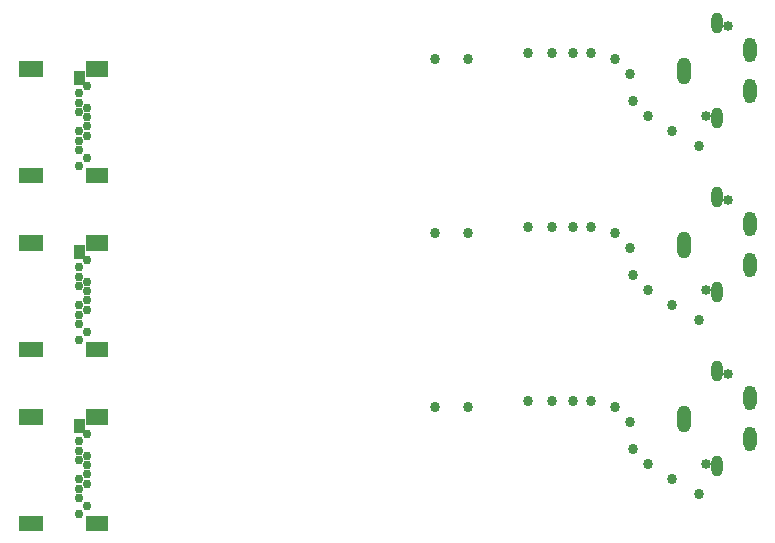
<source format=gbr>
G04 #@! TF.GenerationSoftware,KiCad,Pcbnew,(5.1.7)-1*
G04 #@! TF.CreationDate,2020-12-05T21:57:18-08:00*
G04 #@! TF.ProjectId,DellAdapter_3.1_PanelX3,44656c6c-4164-4617-9074-65725f332e31,rev?*
G04 #@! TF.SameCoordinates,Original*
G04 #@! TF.FileFunction,Soldermask,Top*
G04 #@! TF.FilePolarity,Negative*
%FSLAX46Y46*%
G04 Gerber Fmt 4.6, Leading zero omitted, Abs format (unit mm)*
G04 Created by KiCad (PCBNEW (5.1.7)-1) date 2020-12-05 21:57:18*
%MOMM*%
%LPD*%
G01*
G04 APERTURE LIST*
%ADD10C,0.010000*%
%ADD11C,0.863600*%
%ADD12C,0.601600*%
%ADD13C,0.751600*%
%ADD14O,1.201600X2.301600*%
%ADD15O,0.951600X1.801600*%
%ADD16O,1.101600X2.101600*%
%ADD17C,0.851600*%
G04 APERTURE END LIST*
D10*
G36*
X127214000Y-109876760D02*
G01*
X127214000Y-108730000D01*
X126365700Y-108730000D01*
X126365700Y-109876760D01*
X127214000Y-109876760D01*
G37*
X127214000Y-109876760D02*
X127214000Y-108730000D01*
X126365700Y-108730000D01*
X126365700Y-109876760D01*
X127214000Y-109876760D01*
G36*
X129189000Y-109127930D02*
G01*
X129189000Y-107930000D01*
X127390420Y-107930000D01*
X127390420Y-109127930D01*
X129189000Y-109127930D01*
G37*
X129189000Y-109127930D02*
X129189000Y-107930000D01*
X127390420Y-107930000D01*
X127390420Y-109127930D01*
X129189000Y-109127930D01*
G36*
X129189000Y-118136740D02*
G01*
X129189000Y-116930000D01*
X127392540Y-116930000D01*
X127392540Y-118136740D01*
X129189000Y-118136740D01*
G37*
X129189000Y-118136740D02*
X129189000Y-116930000D01*
X127392540Y-116930000D01*
X127392540Y-118136740D01*
X129189000Y-118136740D01*
G36*
X123689000Y-109122780D02*
G01*
X123689000Y-107930000D01*
X121683400Y-107930000D01*
X121683400Y-109122780D01*
X123689000Y-109122780D01*
G37*
X123689000Y-109122780D02*
X123689000Y-107930000D01*
X121683400Y-107930000D01*
X121683400Y-109122780D01*
X123689000Y-109122780D01*
G36*
X123689000Y-118134300D02*
G01*
X123689000Y-116930000D01*
X121686450Y-116930000D01*
X121686450Y-118134300D01*
X123689000Y-118134300D01*
G37*
X123689000Y-118134300D02*
X123689000Y-116930000D01*
X121686450Y-116930000D01*
X121686450Y-118134300D01*
X123689000Y-118134300D01*
G36*
X123689000Y-103402300D02*
G01*
X123689000Y-102198000D01*
X121686450Y-102198000D01*
X121686450Y-103402300D01*
X123689000Y-103402300D01*
G37*
X123689000Y-103402300D02*
X123689000Y-102198000D01*
X121686450Y-102198000D01*
X121686450Y-103402300D01*
X123689000Y-103402300D01*
G36*
X123689000Y-94390780D02*
G01*
X123689000Y-93198000D01*
X121683400Y-93198000D01*
X121683400Y-94390780D01*
X123689000Y-94390780D01*
G37*
X123689000Y-94390780D02*
X123689000Y-93198000D01*
X121683400Y-93198000D01*
X121683400Y-94390780D01*
X123689000Y-94390780D01*
G36*
X129189000Y-103404740D02*
G01*
X129189000Y-102198000D01*
X127392540Y-102198000D01*
X127392540Y-103404740D01*
X129189000Y-103404740D01*
G37*
X129189000Y-103404740D02*
X129189000Y-102198000D01*
X127392540Y-102198000D01*
X127392540Y-103404740D01*
X129189000Y-103404740D01*
G36*
X129189000Y-94395930D02*
G01*
X129189000Y-93198000D01*
X127390420Y-93198000D01*
X127390420Y-94395930D01*
X129189000Y-94395930D01*
G37*
X129189000Y-94395930D02*
X129189000Y-93198000D01*
X127390420Y-93198000D01*
X127390420Y-94395930D01*
X129189000Y-94395930D01*
G36*
X127214000Y-95144760D02*
G01*
X127214000Y-93998000D01*
X126365700Y-93998000D01*
X126365700Y-95144760D01*
X127214000Y-95144760D01*
G37*
X127214000Y-95144760D02*
X127214000Y-93998000D01*
X126365700Y-93998000D01*
X126365700Y-95144760D01*
X127214000Y-95144760D01*
G36*
X127214000Y-80412760D02*
G01*
X127214000Y-79266000D01*
X126365700Y-79266000D01*
X126365700Y-80412760D01*
X127214000Y-80412760D01*
G37*
X127214000Y-80412760D02*
X127214000Y-79266000D01*
X126365700Y-79266000D01*
X126365700Y-80412760D01*
X127214000Y-80412760D01*
G36*
X129189000Y-79663930D02*
G01*
X129189000Y-78466000D01*
X127390420Y-78466000D01*
X127390420Y-79663930D01*
X129189000Y-79663930D01*
G37*
X129189000Y-79663930D02*
X129189000Y-78466000D01*
X127390420Y-78466000D01*
X127390420Y-79663930D01*
X129189000Y-79663930D01*
G36*
X129189000Y-88672740D02*
G01*
X129189000Y-87466000D01*
X127392540Y-87466000D01*
X127392540Y-88672740D01*
X129189000Y-88672740D01*
G37*
X129189000Y-88672740D02*
X129189000Y-87466000D01*
X127392540Y-87466000D01*
X127392540Y-88672740D01*
X129189000Y-88672740D01*
G36*
X123689000Y-79658780D02*
G01*
X123689000Y-78466000D01*
X121683400Y-78466000D01*
X121683400Y-79658780D01*
X123689000Y-79658780D01*
G37*
X123689000Y-79658780D02*
X123689000Y-78466000D01*
X121683400Y-78466000D01*
X121683400Y-79658780D01*
X123689000Y-79658780D01*
G36*
X123689000Y-88670300D02*
G01*
X123689000Y-87466000D01*
X121686450Y-87466000D01*
X121686450Y-88670300D01*
X123689000Y-88670300D01*
G37*
X123689000Y-88670300D02*
X123689000Y-87466000D01*
X121686450Y-87466000D01*
X121686450Y-88670300D01*
X123689000Y-88670300D01*
D11*
X168656000Y-107188000D03*
X166878000Y-107188000D03*
X172212000Y-107696000D03*
X159766000Y-107696000D03*
X179324000Y-115062000D03*
X173482000Y-108966000D03*
X170180000Y-107188000D03*
X177038000Y-113792000D03*
X156972000Y-107696000D03*
X175006000Y-112522000D03*
X164846000Y-107188000D03*
X173736000Y-111252000D03*
D12*
X122689000Y-117530000D03*
X122689000Y-108530000D03*
D13*
X126789000Y-116755000D03*
D12*
X128289000Y-117530000D03*
X128289000Y-108530000D03*
D13*
X126789000Y-109305000D03*
X127489000Y-116080000D03*
X126789000Y-115430000D03*
X126789000Y-114630000D03*
X127489000Y-114230000D03*
X126789000Y-113830000D03*
X127489000Y-113430000D03*
X127489000Y-112630000D03*
X126789000Y-112230000D03*
X127489000Y-111830000D03*
X126789000Y-111430000D03*
X126789000Y-110630000D03*
X127489000Y-109980000D03*
D14*
X178048000Y-108712000D03*
D15*
X180848000Y-104702000D03*
D16*
X183648000Y-106962000D03*
X183648000Y-110462000D03*
D15*
X180848000Y-112722000D03*
D17*
X179918000Y-112522000D03*
X181768000Y-104902000D03*
D11*
X168656000Y-92456000D03*
X164846000Y-92456000D03*
X166878000Y-92456000D03*
X172212000Y-92964000D03*
X159766000Y-92964000D03*
X177038000Y-99060000D03*
X173736000Y-96520000D03*
X156972000Y-92964000D03*
X179324000Y-100330000D03*
X175006000Y-97790000D03*
D13*
X127489000Y-95248000D03*
X126789000Y-95898000D03*
X126789000Y-96698000D03*
X127489000Y-97098000D03*
X126789000Y-97498000D03*
X127489000Y-97898000D03*
X127489000Y-98698000D03*
X126789000Y-99098000D03*
X127489000Y-99498000D03*
X126789000Y-99898000D03*
X126789000Y-100698000D03*
X127489000Y-101348000D03*
X126789000Y-94573000D03*
D12*
X128289000Y-93798000D03*
X128289000Y-102798000D03*
D13*
X126789000Y-102023000D03*
D12*
X122689000Y-93798000D03*
X122689000Y-102798000D03*
D11*
X173482000Y-94234000D03*
X170180000Y-92456000D03*
D17*
X181768000Y-90170000D03*
X179918000Y-97790000D03*
D15*
X180848000Y-97990000D03*
D16*
X183648000Y-95730000D03*
X183648000Y-92230000D03*
D15*
X180848000Y-89970000D03*
D14*
X178048000Y-93980000D03*
X178048000Y-79248000D03*
D15*
X180848000Y-75238000D03*
D16*
X183648000Y-77498000D03*
X183648000Y-80998000D03*
D15*
X180848000Y-83258000D03*
D17*
X179918000Y-83058000D03*
X181768000Y-75438000D03*
D12*
X122689000Y-88066000D03*
X122689000Y-79066000D03*
D13*
X126789000Y-87291000D03*
D12*
X128289000Y-88066000D03*
X128289000Y-79066000D03*
D13*
X126789000Y-79841000D03*
X127489000Y-86616000D03*
X126789000Y-85966000D03*
X126789000Y-85166000D03*
X127489000Y-84766000D03*
X126789000Y-84366000D03*
X127489000Y-83966000D03*
X127489000Y-83166000D03*
X126789000Y-82766000D03*
X127489000Y-82366000D03*
X126789000Y-81966000D03*
X126789000Y-81166000D03*
X127489000Y-80516000D03*
D11*
X159766000Y-78232000D03*
X156972000Y-78232000D03*
X173736000Y-81788000D03*
X172212000Y-78232000D03*
X173482000Y-79502000D03*
X175006000Y-83058000D03*
X179324000Y-85598000D03*
X177038000Y-84328000D03*
X170180000Y-77724000D03*
X168656000Y-77724000D03*
X166878000Y-77724000D03*
X164846000Y-77724000D03*
M02*

</source>
